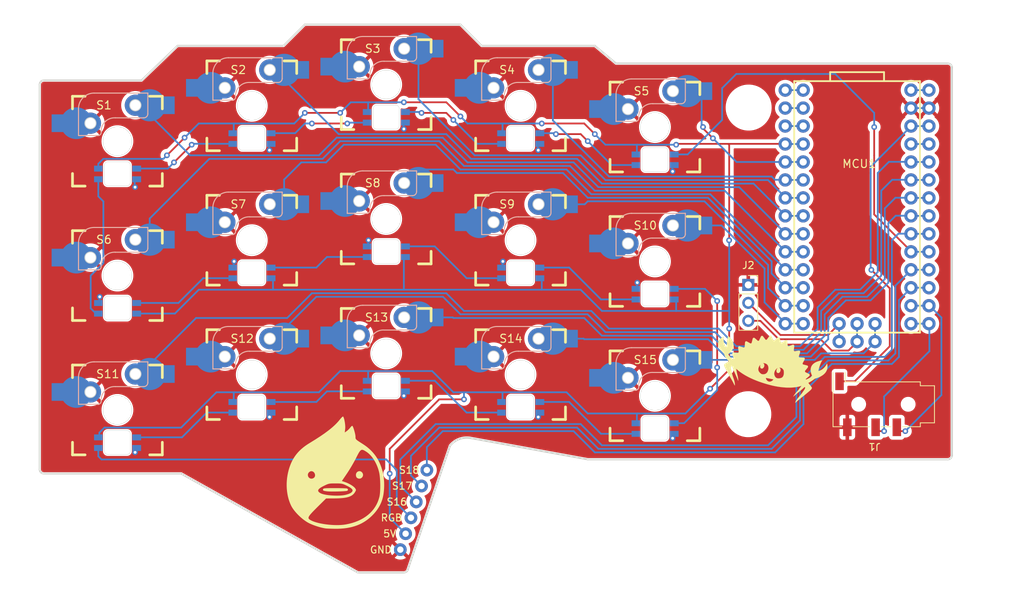
<source format=kicad_pcb>
(kicad_pcb (version 20221018) (generator pcbnew)

  (general
    (thickness 1.6)
  )

  (paper "A5")
  (layers
    (0 "F.Cu" signal)
    (31 "B.Cu" signal)
    (32 "B.Adhes" user "B.Adhesive")
    (33 "F.Adhes" user "F.Adhesive")
    (34 "B.Paste" user)
    (35 "F.Paste" user)
    (36 "B.SilkS" user "B.Silkscreen")
    (37 "F.SilkS" user "F.Silkscreen")
    (38 "B.Mask" user)
    (39 "F.Mask" user)
    (40 "Dwgs.User" user "User.Drawings")
    (41 "Cmts.User" user "User.Comments")
    (42 "Eco1.User" user "User.Eco1")
    (43 "Eco2.User" user "User.Eco2")
    (44 "Edge.Cuts" user)
    (45 "Margin" user)
    (46 "B.CrtYd" user "B.Courtyard")
    (47 "F.CrtYd" user "F.Courtyard")
    (48 "B.Fab" user)
    (49 "F.Fab" user)
    (50 "User.1" user)
    (51 "User.2" user)
    (52 "User.3" user)
    (53 "User.4" user)
    (54 "User.5" user)
    (55 "User.6" user)
    (56 "User.7" user)
    (57 "User.8" user)
    (58 "User.9" user)
  )

  (setup
    (stackup
      (layer "F.SilkS" (type "Top Silk Screen"))
      (layer "F.Paste" (type "Top Solder Paste"))
      (layer "F.Mask" (type "Top Solder Mask") (thickness 0.01))
      (layer "F.Cu" (type "copper") (thickness 0.035))
      (layer "dielectric 1" (type "core") (thickness 1.51) (material "FR4") (epsilon_r 4.5) (loss_tangent 0.02))
      (layer "B.Cu" (type "copper") (thickness 0.035))
      (layer "B.Mask" (type "Bottom Solder Mask") (thickness 0.01))
      (layer "B.Paste" (type "Bottom Solder Paste"))
      (layer "B.SilkS" (type "Bottom Silk Screen"))
      (copper_finish "None")
      (dielectric_constraints no)
    )
    (pad_to_mask_clearance 0)
    (pcbplotparams
      (layerselection 0x00010fc_ffffffff)
      (plot_on_all_layers_selection 0x0000000_00000000)
      (disableapertmacros false)
      (usegerberextensions false)
      (usegerberattributes true)
      (usegerberadvancedattributes true)
      (creategerberjobfile true)
      (dashed_line_dash_ratio 12.000000)
      (dashed_line_gap_ratio 3.000000)
      (svgprecision 4)
      (plotframeref false)
      (viasonmask false)
      (mode 1)
      (useauxorigin false)
      (hpglpennumber 1)
      (hpglpenspeed 20)
      (hpglpendiameter 15.000000)
      (dxfpolygonmode true)
      (dxfimperialunits true)
      (dxfusepcbnewfont true)
      (psnegative false)
      (psa4output false)
      (plotreference true)
      (plotvalue true)
      (plotinvisibletext false)
      (sketchpadsonfab false)
      (subtractmaskfromsilk false)
      (outputformat 1)
      (mirror false)
      (drillshape 0)
      (scaleselection 1)
      (outputdirectory "")
    )
  )

  (net 0 "")
  (net 1 "GND")
  (net 2 "/S1")
  (net 3 "+5V")
  (net 4 "Net-(S1-DIN)")
  (net 5 "Net-(S1-DOUT)")
  (net 6 "/S2")
  (net 7 "Net-(S2-DIN)")
  (net 8 "/S3")
  (net 9 "Net-(S3-DIN)")
  (net 10 "/S4")
  (net 11 "Net-(S4-DIN)")
  (net 12 "/S5")
  (net 13 "/NEOPIXEL_DIN")
  (net 14 "/S6")
  (net 15 "Net-(S6-DOUT)")
  (net 16 "/S11")
  (net 17 "Net-(S11-DIN)")
  (net 18 "/S12")
  (net 19 "Net-(S12-DIN)")
  (net 20 "/S13")
  (net 21 "Net-(S13-DIN)")
  (net 22 "/S14")
  (net 23 "Net-(S14-DIN)")
  (net 24 "/S15")
  (net 25 "Net-(S10-DOUT)")
  (net 26 "/S7")
  (net 27 "/S8")
  (net 28 "/S9")
  (net 29 "/S10")
  (net 30 "/RX")
  (net 31 "/TX")
  (net 32 "/S18")
  (net 33 "/S17")
  (net 34 "/S16")
  (net 35 "Net-(S7-DOUT)")
  (net 36 "Net-(S8-DOUT)")
  (net 37 "Net-(S10-DIN)")
  (net 38 "/VBUS")
  (net 39 "Net-(J2-Pin_2)")
  (net 40 "Net-(J2-Pin_3)")
  (net 41 "unconnected-(MCU1-VBAT-Pad30)")
  (net 42 "unconnected-(MCU1-D13-Pad27)")
  (net 43 "unconnected-(MCU1-3.3V-Pad2)")
  (net 44 "unconnected-(MCU1-3.3V-Pad1)")
  (net 45 "unconnected-(MCU1-RESET-Pad0)")
  (net 46 "Net-(E3-Pin_1)")

  (footprint "Footprints:Pin0.9mm" (layer "F.Cu") (at 76.75 93.5))

  (footprint "Footprints:MX_SW_SOCKET_LED_REV" (layer "F.Cu") (at 74 49))

  (footprint "Footprints:MX_SW_SOCKET_LED" (layer "F.Cu") (at 74 68))

  (footprint "Footprints:Pin0.9mm" (layer "F.Cu") (at 79.75 84.5))

  (footprint "Footprints:Pin0.9mm" (layer "F.Cu") (at 77.5 91.25))

  (footprint "Footprints:Pin0.9mm" (layer "F.Cu") (at 78.25 89))

  (footprint "Footprints:MX_SW_SOCKET_LED" (layer "F.Cu") (at 93 33))

  (footprint "Footprints:MX_SW_SOCKET_LED_REV" (layer "F.Cu") (at 55 52))

  (footprint "Footprints:MX_SW_SOCKET_LED" (layer "F.Cu") (at 112 36))

  (footprint "MountingHole:MountingHole_6mm" (layer "F.Cu") (at 125.25 33.25))

  (footprint "Footprints:MX_SW_SOCKET_LED" (layer "F.Cu") (at 74 30))

  (footprint "Footprints:MX_SW_SOCKET_LED" (layer "F.Cu") (at 55 71))

  (footprint "Footprints:MX_SW_SOCKET_LED" (layer "F.Cu") (at 36 76))

  (footprint "Footprints:MX_SW_SOCKET_LED" (layer "F.Cu") (at 93 71))

  (footprint "Footprints:MX_SW_SOCKET_LED_REV" (layer "F.Cu") (at 93 52))

  (footprint "Footprints:MX_SW_SOCKET_LED" (layer "F.Cu") (at 55 33))

  (footprint "Footprints:MX_SW_SOCKET_LED_REV" (layer "F.Cu") (at 36 57))

  (footprint "MountingHole:MountingHole_6mm" (layer "F.Cu") (at 125.2 76.6))

  (footprint "Footprints:Pin0.9mm" (layer "F.Cu") (at 79 86.75))

  (footprint "Footprints:MX_SW_SOCKET_LED" (layer "F.Cu") (at 36 38))

  (footprint "Connector_Audio:Jack_3.5mm_KoreanHropartsElec_PJ-320D-4A_Horizontal" (layer "F.Cu") (at 143.05 75.2 180))

  (footprint "Footprints:MX_SW_SOCKET_LED_REV" (layer "F.Cu") (at 112 55))

  (footprint "Footprints:Pin0.9mm" (
... [670322 chars truncated]
</source>
